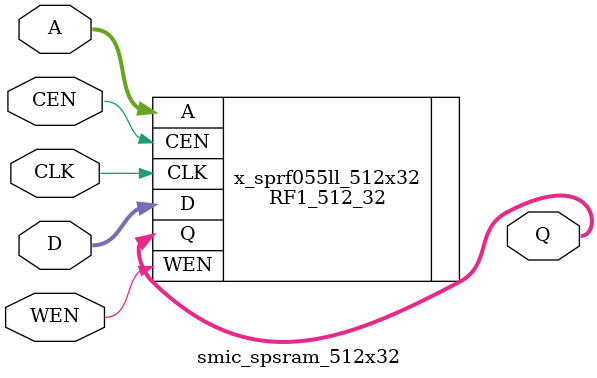
<source format=v>
module smic_spsram_512x32(
  Q,
  CLK,
  CEN,
  WEN,
  A,
  D
);

//**********************************************************
//                  Parameter Definition
//**********************************************************
parameter ADDR_WIDTH = 9;
parameter DATA_WIDTH = 32;
//parameter WE_WIDTH   = 1;

output  [DATA_WIDTH-1:0]  Q;
input                     CLK;
input                     CEN;
input                     WEN;
input   [ADDR_WIDTH-1:0]  A;
input   [DATA_WIDTH-1:0]  D;

wire    [DATA_WIDTH-1:0]  Q;
wire                      CLK;
wire                      CEN;
wire                      WEN;
wire    [ADDR_WIDTH-1:0]  A;
wire    [DATA_WIDTH-1:0]  D;

//############################################
//#             55nm LL technology           #
//############################################
RF1_512_32 x_sprf055ll_512x32(
  .CLK  (CLK),
  .CEN  (CEN),
  .WEN  (WEN),
  .A    (A),
  .D    (D),
  .Q    (Q)
);

endmodule

</source>
